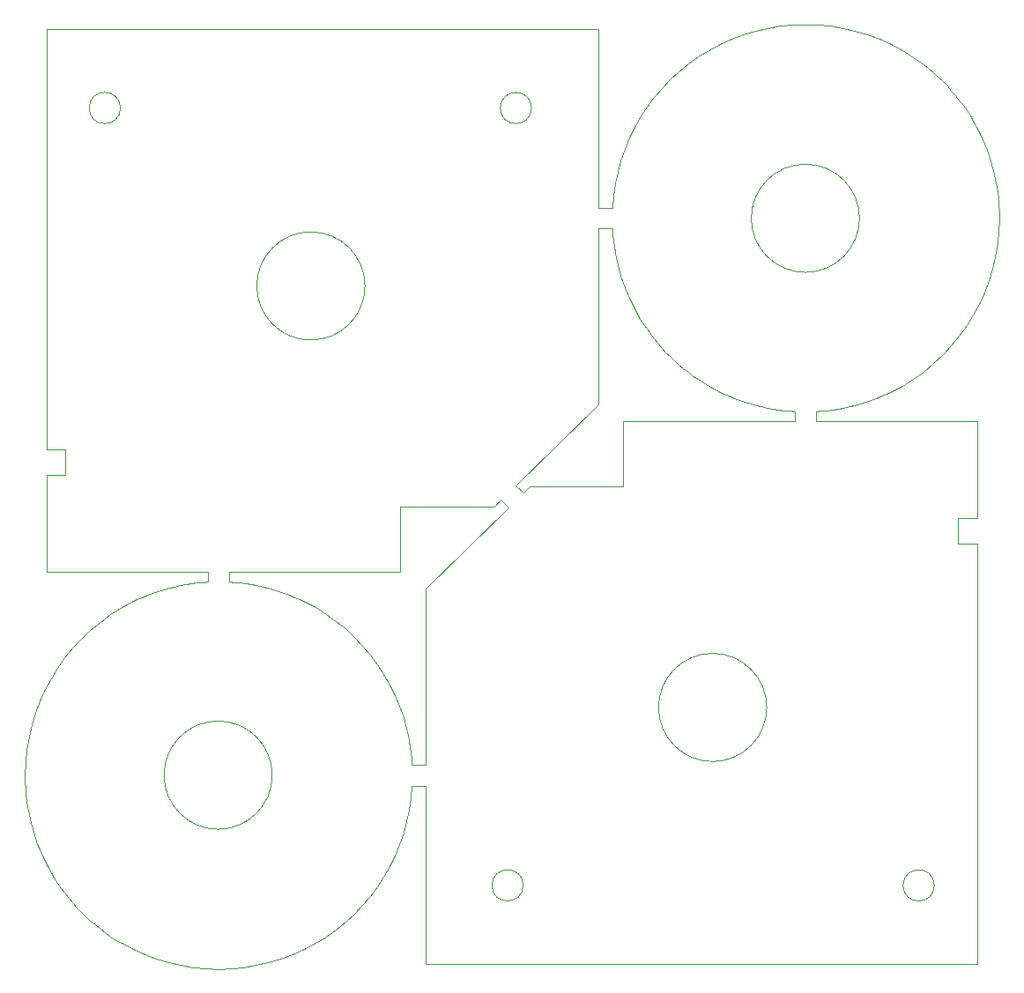
<source format=gm1>
%TF.GenerationSoftware,KiCad,Pcbnew,(6.0.1)*%
%TF.CreationDate,2022-09-01T16:14:04+08:00*%
%TF.ProjectId,CRVisionJoystickMerge,43525669-7369-46f6-9e4a-6f7973746963,rev?*%
%TF.SameCoordinates,Original*%
%TF.FileFunction,Profile,NP*%
%FSLAX46Y46*%
G04 Gerber Fmt 4.6, Leading zero omitted, Abs format (unit mm)*
G04 Created by KiCad (PCBNEW (6.0.1)) date 2022-09-01 16:14:04*
%MOMM*%
%LPD*%
G01*
G04 APERTURE LIST*
%TA.AperFunction,Profile*%
%ADD10C,0.013352*%
%TD*%
%TA.AperFunction,Profile*%
%ADD11C,0.100000*%
%TD*%
G04 APERTURE END LIST*
D10*
X130768833Y-75666451D02*
X131487056Y-76384671D01*
X131487056Y-76384671D02*
X132097389Y-75784623D01*
X132097389Y-75784623D02*
X141114330Y-75784623D01*
X141114330Y-75784623D02*
X141114330Y-69476861D01*
X141114330Y-69476861D02*
X157598018Y-69476861D01*
X157598018Y-69476861D02*
X157598018Y-68539395D01*
X157598018Y-68539395D02*
X157058291Y-68502887D01*
X157058291Y-68502887D02*
X156519584Y-68450843D01*
X156519584Y-68450843D02*
X155982255Y-68383261D01*
X155982255Y-68383261D02*
X155446659Y-68300140D01*
X155446659Y-68300140D02*
X154913154Y-68201478D01*
X154913154Y-68201478D02*
X154382096Y-68087273D01*
X154382096Y-68087273D02*
X153853842Y-67957525D01*
X153853842Y-67957525D02*
X153328749Y-67812230D01*
X153328749Y-67812230D02*
X152807174Y-67651389D01*
X152807174Y-67651389D02*
X152289472Y-67474999D01*
X152289472Y-67474999D02*
X151776002Y-67283059D01*
X151776002Y-67283059D02*
X151267120Y-67075567D01*
X151267120Y-67075567D02*
X150763182Y-66852522D01*
X150763182Y-66852522D02*
X150264545Y-66613922D01*
X150264545Y-66613922D02*
X149771566Y-66359765D01*
X149771566Y-66359765D02*
X149284603Y-66090051D01*
X149284603Y-66090051D02*
X148777999Y-65784992D01*
X148777999Y-65784992D02*
X148283451Y-65465528D01*
X148283451Y-65465528D02*
X147801159Y-65132016D01*
X147801159Y-65132016D02*
X147331322Y-64784815D01*
X147331322Y-64784815D02*
X146874139Y-64424283D01*
X146874139Y-64424283D02*
X146429808Y-64050780D01*
X146429808Y-64050780D02*
X145998529Y-63664663D01*
X145998529Y-63664663D02*
X145580500Y-63266291D01*
X145580500Y-63266291D02*
X145175922Y-62856022D01*
X145175922Y-62856022D02*
X144784992Y-62434216D01*
X144784992Y-62434216D02*
X144044875Y-61557424D01*
X144044875Y-61557424D02*
X143361742Y-60638783D01*
X143361742Y-60638783D02*
X142737185Y-59681162D01*
X142737185Y-59681162D02*
X142172796Y-58687428D01*
X142172796Y-58687428D02*
X141670168Y-57660451D01*
X141670168Y-57660451D02*
X141230892Y-56603098D01*
X141230892Y-56603098D02*
X140856562Y-55518237D01*
X140856562Y-55518237D02*
X140548769Y-54408738D01*
X140548769Y-54408738D02*
X140420322Y-53845645D01*
X140420322Y-53845645D02*
X140309106Y-53277468D01*
X140309106Y-53277468D02*
X140215321Y-52704565D01*
X140215321Y-52704565D02*
X140139165Y-52127295D01*
X140139165Y-52127295D02*
X140080838Y-51546017D01*
X140080838Y-51546017D02*
X140040538Y-50961089D01*
X140040538Y-50961089D02*
X138701305Y-50961089D01*
X138701305Y-50961089D02*
X138701305Y-67868043D01*
X138701305Y-67868043D02*
X130768699Y-75666322D01*
X130768699Y-75666322D02*
X130768716Y-75666338D01*
X130768716Y-75666338D02*
X130768733Y-75666354D01*
X130768733Y-75666354D02*
X130768767Y-75666386D01*
X130768767Y-75666386D02*
X130768800Y-75666419D01*
X130768800Y-75666419D02*
X130768833Y-75666451D01*
X130768833Y-75666451D02*
X130768833Y-75666451D01*
D11*
X116300000Y-56500000D02*
G75*
G03*
X116300000Y-56500000I-5200000J0D01*
G01*
X107389052Y-103506860D02*
G75*
G03*
X107389052Y-103506860I-5200000J0D01*
G01*
X171000000Y-114100000D02*
G75*
G03*
X171000000Y-114100000I-1500000J0D01*
G01*
D10*
X130060760Y-77786797D02*
X129342540Y-77068578D01*
X129342540Y-77068578D02*
X128710842Y-77689591D01*
X128710842Y-77689591D02*
X119693763Y-77689591D01*
X119693763Y-77689591D02*
X119693763Y-83997224D01*
X119693763Y-83997224D02*
X103210210Y-83997224D01*
X103210210Y-83997224D02*
X103210210Y-84934689D01*
X103210210Y-84934689D02*
X103749937Y-84971219D01*
X103749937Y-84971219D02*
X104288642Y-85023280D01*
X104288642Y-85023280D02*
X104825971Y-85090873D01*
X104825971Y-85090873D02*
X105361565Y-85174001D01*
X105361565Y-85174001D02*
X105895068Y-85272666D01*
X105895068Y-85272666D02*
X106426123Y-85386870D01*
X106426123Y-85386870D02*
X106954372Y-85516615D01*
X106954372Y-85516615D02*
X107479460Y-85661904D01*
X107479460Y-85661904D02*
X108001028Y-85822738D01*
X108001028Y-85822738D02*
X108518720Y-85999120D01*
X108518720Y-85999120D02*
X109032179Y-86191052D01*
X109032179Y-86191052D02*
X109541049Y-86398536D01*
X109541049Y-86398536D02*
X110044971Y-86621574D01*
X110044971Y-86621574D02*
X110543589Y-86860168D01*
X110543589Y-86860168D02*
X111036547Y-87114321D01*
X111036547Y-87114321D02*
X111523487Y-87384034D01*
X111523487Y-87384034D02*
X112030200Y-87689092D01*
X112030200Y-87689092D02*
X112525066Y-88008557D01*
X112525066Y-88008557D02*
X113007874Y-88342068D01*
X113007874Y-88342068D02*
X113478410Y-88689270D01*
X113478410Y-88689270D02*
X113936462Y-89049801D01*
X113936462Y-89049801D02*
X114381819Y-89423305D01*
X114381819Y-89423305D02*
X114814268Y-89809422D01*
X114814268Y-89809422D02*
X115233596Y-90207794D01*
X115233596Y-90207794D02*
X116032042Y-91039868D01*
X116032042Y-91039868D02*
X116775460Y-91916660D01*
X116775460Y-91916660D02*
X117462151Y-92835301D01*
X117462151Y-92835301D02*
X118090417Y-93792922D01*
X118090417Y-93792922D02*
X118658561Y-94786656D01*
X118658561Y-94786656D02*
X119164883Y-95813633D01*
X119164883Y-95813633D02*
X119607686Y-96870986D01*
X119607686Y-96870986D02*
X119985271Y-97955847D01*
X119985271Y-97955847D02*
X120295941Y-99065346D01*
X120295941Y-99065346D02*
X120425653Y-99628439D01*
X120425653Y-99628439D02*
X120537998Y-100196616D01*
X120537998Y-100196616D02*
X120632766Y-100769518D01*
X120632766Y-100769518D02*
X120709743Y-101346788D01*
X120709743Y-101346788D02*
X120768718Y-101928066D01*
X120768718Y-101928066D02*
X120809478Y-102512994D01*
X120809478Y-102512994D02*
X122106788Y-102512994D01*
X122106788Y-102512994D02*
X122106788Y-85606042D01*
X122106788Y-85606042D02*
X130060756Y-77786935D01*
X130060756Y-77786935D02*
X130060757Y-77786918D01*
X130060757Y-77786918D02*
X130060758Y-77786900D01*
X130060758Y-77786900D02*
X130060759Y-77786883D01*
X130060759Y-77786883D02*
X130060759Y-77786866D01*
X130060759Y-77786866D02*
X130060760Y-77786832D01*
X130060760Y-77786832D02*
X130060760Y-77786797D01*
X130060760Y-77786797D02*
X130060760Y-77786797D01*
D11*
X92800000Y-39400000D02*
G75*
G03*
X92800000Y-39400000I-1500000J0D01*
G01*
X175108097Y-81245580D02*
X175108097Y-121673951D01*
X175108097Y-121673951D02*
X122106658Y-121673951D01*
X122106658Y-121673951D02*
X122106658Y-104512902D01*
X122106658Y-104512902D02*
X120809349Y-104512902D01*
X120809349Y-104512902D02*
X120709612Y-105679131D01*
X120709612Y-105679131D02*
X120537863Y-106829320D01*
X120537863Y-106829320D02*
X120295800Y-107960601D01*
X120295800Y-107960601D02*
X119985122Y-109070108D01*
X119985122Y-109070108D02*
X119607528Y-110154971D01*
X119607528Y-110154971D02*
X119164717Y-111212324D01*
X119164717Y-111212324D02*
X118658386Y-112239299D01*
X118658386Y-112239299D02*
X118090236Y-113233027D01*
X118090236Y-113233027D02*
X117461964Y-114190642D01*
X117461964Y-114190642D02*
X116775270Y-115109275D01*
X116775270Y-115109275D02*
X116031852Y-115986059D01*
X116031852Y-115986059D02*
X115233408Y-116818126D01*
X115233408Y-116818126D02*
X114381638Y-117602608D01*
X114381638Y-117602608D02*
X113478241Y-118336638D01*
X113478241Y-118336638D02*
X112524914Y-119017348D01*
X112524914Y-119017348D02*
X111523357Y-119641869D01*
X111523357Y-119641869D02*
X110428657Y-120222302D01*
X110428657Y-120222302D02*
X109306173Y-120725344D01*
X109306173Y-120725344D02*
X108159872Y-121150994D01*
X108159872Y-121150994D02*
X106993723Y-121499254D01*
X106993723Y-121499254D02*
X105811697Y-121770123D01*
X105811697Y-121770123D02*
X104617762Y-121963600D01*
X104617762Y-121963600D02*
X103415887Y-122079687D01*
X103415887Y-122079687D02*
X102210041Y-122118382D01*
X102210041Y-122118382D02*
X101004194Y-122079687D01*
X101004194Y-122079687D02*
X99802314Y-121963600D01*
X99802314Y-121963600D02*
X98608371Y-121770123D01*
X98608371Y-121770123D02*
X97426334Y-121499254D01*
X97426334Y-121499254D02*
X96260171Y-121150994D01*
X96260171Y-121150994D02*
X95113853Y-120725344D01*
X95113853Y-120725344D02*
X93991348Y-120222302D01*
X93991348Y-120222302D02*
X92896625Y-119641869D01*
X92896625Y-119641869D02*
X92363494Y-119320220D01*
X92363494Y-119320220D02*
X91843742Y-118982618D01*
X91843742Y-118982618D02*
X91337600Y-118629483D01*
X91337600Y-118629483D02*
X90845300Y-118261232D01*
X90845300Y-118261232D02*
X90367077Y-117878285D01*
X90367077Y-117878285D02*
X89903162Y-117481059D01*
X89903162Y-117481059D02*
X89453787Y-117069975D01*
X89453787Y-117069975D02*
X89019187Y-116645449D01*
X89019187Y-116645449D02*
X88599592Y-116207901D01*
X88599592Y-116207901D02*
X88195236Y-115757749D01*
X88195236Y-115757749D02*
X87806351Y-115295411D01*
X87806351Y-115295411D02*
X87433170Y-114821308D01*
X87433170Y-114821308D02*
X87075926Y-114335856D01*
X87075926Y-114335856D02*
X86734850Y-113839474D01*
X86734850Y-113839474D02*
X86410177Y-113332581D01*
X86410177Y-113332581D02*
X86102138Y-112815596D01*
X86102138Y-112815596D02*
X85810965Y-112288938D01*
X85810965Y-112288938D02*
X85536893Y-111753023D01*
X85536893Y-111753023D02*
X85280152Y-111208272D01*
X85280152Y-111208272D02*
X85040976Y-110655103D01*
X85040976Y-110655103D02*
X84819598Y-110093934D01*
X84819598Y-110093934D02*
X84616249Y-109525185D01*
X84616249Y-109525185D02*
X84431164Y-108949272D01*
X84431164Y-108949272D02*
X84264573Y-108366616D01*
X84264573Y-108366616D02*
X84116710Y-107777634D01*
X84116710Y-107777634D02*
X83987807Y-107182746D01*
X83987807Y-107182746D02*
X83878098Y-106582369D01*
X83878098Y-106582369D02*
X83787814Y-105976922D01*
X83787814Y-105976922D02*
X83717188Y-105366825D01*
X83717188Y-105366825D02*
X83666453Y-104752494D01*
X83666453Y-104752494D02*
X83635841Y-104134350D01*
X83635841Y-104134350D02*
X83625586Y-103512811D01*
X83625586Y-103512811D02*
X83666451Y-102273149D01*
X83666451Y-102273149D02*
X83787808Y-101048738D01*
X83787808Y-101048738D02*
X83987796Y-99842927D01*
X83987796Y-99842927D02*
X84264554Y-98659063D01*
X84264554Y-98659063D02*
X84616223Y-97500498D01*
X84616223Y-97500498D02*
X85040941Y-96370579D01*
X85040941Y-96370579D02*
X85536850Y-95272656D01*
X85536850Y-95272656D02*
X86102088Y-94210078D01*
X86102088Y-94210078D02*
X86734795Y-93186194D01*
X86734795Y-93186194D02*
X87433111Y-92204353D01*
X87433111Y-92204353D02*
X88195176Y-91267905D01*
X88195176Y-91267905D02*
X89019130Y-90380198D01*
X89019130Y-90380198D02*
X89903112Y-89544582D01*
X89903112Y-89544582D02*
X90845262Y-88764405D01*
X90845262Y-88764405D02*
X91843720Y-88043017D01*
X91843720Y-88043017D02*
X92896625Y-87383767D01*
X92896625Y-87383767D02*
X93383589Y-87114074D01*
X93383589Y-87114074D02*
X93876567Y-86859933D01*
X93876567Y-86859933D02*
X94375204Y-86621344D01*
X94375204Y-86621344D02*
X94879141Y-86398305D01*
X94879141Y-86398305D02*
X95388024Y-86190816D01*
X95388024Y-86190816D02*
X95901494Y-85998875D01*
X95901494Y-85998875D02*
X96419195Y-85822482D01*
X96419195Y-85822482D02*
X96940770Y-85661635D01*
X96940770Y-85661635D02*
X97465863Y-85516334D01*
X97465863Y-85516334D02*
X97994116Y-85386578D01*
X97994116Y-85386578D02*
X98525174Y-85272365D01*
X98525174Y-85272365D02*
X99058679Y-85173694D01*
X99058679Y-85173694D02*
X99594274Y-85090566D01*
X99594274Y-85090566D02*
X100131603Y-85022977D01*
X100131603Y-85022977D02*
X100670309Y-84970929D01*
X100670309Y-84970929D02*
X101210035Y-84934419D01*
X101210035Y-84934419D02*
X101210035Y-83996957D01*
X101210035Y-83996957D02*
X85700000Y-83996957D01*
X85700000Y-83996957D02*
X85700000Y-74641400D01*
X85700000Y-74641400D02*
X87520319Y-74641400D01*
X87520319Y-74641400D02*
X87520319Y-72228371D01*
X87520319Y-72228371D02*
X85700000Y-72228371D01*
X85700000Y-72228371D02*
X85700000Y-31800000D01*
X85700000Y-31800000D02*
X138701301Y-31800000D01*
X138701301Y-31800000D02*
X138701301Y-48961047D01*
X138701301Y-48961047D02*
X140040534Y-48961047D01*
X140040534Y-48961047D02*
X140139161Y-47794820D01*
X140139161Y-47794820D02*
X140309101Y-46644636D01*
X140309101Y-46644636D02*
X140548764Y-45513361D01*
X140548764Y-45513361D02*
X140856557Y-44403862D01*
X140856557Y-44403862D02*
X141230888Y-43319007D01*
X141230888Y-43319007D02*
X141670163Y-42261663D01*
X141670163Y-42261663D02*
X142172792Y-41234696D01*
X142172792Y-41234696D02*
X142737181Y-40240975D01*
X142737181Y-40240975D02*
X143361738Y-39283366D01*
X143361738Y-39283366D02*
X144044871Y-38364736D01*
X144044871Y-38364736D02*
X144784988Y-37487953D01*
X144784988Y-37487953D02*
X145580496Y-36655884D01*
X145580496Y-36655884D02*
X146429803Y-35871395D01*
X146429803Y-35871395D02*
X147331317Y-35137355D01*
X147331317Y-35137355D02*
X148283445Y-34456629D01*
X148283445Y-34456629D02*
X149284595Y-33832086D01*
X149284595Y-33832086D02*
X150379316Y-33251652D01*
X150379316Y-33251652D02*
X151501817Y-32748609D01*
X151501817Y-32748609D02*
X152648129Y-32322958D01*
X152648129Y-32322958D02*
X153814284Y-31974697D01*
X153814284Y-31974697D02*
X154996313Y-31703828D01*
X154996313Y-31703828D02*
X156190248Y-31510350D01*
X156190248Y-31510350D02*
X157392120Y-31394263D01*
X157392120Y-31394263D02*
X158597961Y-31355568D01*
X158597961Y-31355568D02*
X159803801Y-31394263D01*
X159803801Y-31394263D02*
X161005673Y-31510350D01*
X161005673Y-31510350D02*
X162199608Y-31703828D01*
X162199608Y-31703828D02*
X163381638Y-31974697D01*
X163381638Y-31974697D02*
X164547793Y-32322958D01*
X164547793Y-32322958D02*
X165694105Y-32748609D01*
X165694105Y-32748609D02*
X166816606Y-33251652D01*
X166816606Y-33251652D02*
X167911327Y-33832086D01*
X167911327Y-33832086D02*
X168444579Y-34153735D01*
X168444579Y-34153735D02*
X168964685Y-34491336D01*
X168964685Y-34491336D02*
X169471399Y-34844470D01*
X169471399Y-34844470D02*
X169964470Y-35212720D01*
X169964470Y-35212720D02*
X170443652Y-35595667D01*
X170443652Y-35595667D02*
X170908696Y-35992892D01*
X170908696Y-35992892D02*
X171359354Y-36403976D01*
X171359354Y-36403976D02*
X171795379Y-36828501D01*
X171795379Y-36828501D02*
X172216521Y-37266049D01*
X172216521Y-37266049D02*
X172622533Y-37716201D01*
X172622533Y-37716201D02*
X173013166Y-38178537D01*
X173013166Y-38178537D02*
X173388173Y-38652641D01*
X173388173Y-38652641D02*
X173747306Y-39138092D01*
X173747306Y-39138092D02*
X174090316Y-39634474D01*
X174090316Y-39634474D02*
X174416955Y-40141366D01*
X174416955Y-40141366D02*
X174726976Y-40658351D01*
X174726976Y-40658351D02*
X175020129Y-41185009D01*
X175020129Y-41185009D02*
X175296168Y-41720923D01*
X175296168Y-41720923D02*
X175554843Y-42265674D01*
X175554843Y-42265674D02*
X175795907Y-42818843D01*
X175795907Y-42818843D02*
X176019112Y-43380011D01*
X176019112Y-43380011D02*
X176224209Y-43948761D01*
X176224209Y-43948761D02*
X176410951Y-44524673D01*
X176410951Y-44524673D02*
X176579089Y-45107329D01*
X176579089Y-45107329D02*
X176728375Y-45696311D01*
X176728375Y-45696311D02*
X176858562Y-46291199D01*
X176858562Y-46291199D02*
X176969400Y-46891576D01*
X176969400Y-46891576D02*
X177060643Y-47497022D01*
X177060643Y-47497022D02*
X177132041Y-48107119D01*
X177132041Y-48107119D02*
X177183347Y-48721449D01*
X177183347Y-48721449D02*
X177214312Y-49339593D01*
X177214312Y-49339593D02*
X177224689Y-49961133D01*
X177224689Y-49961133D02*
X177183348Y-51200817D01*
X177183348Y-51200817D02*
X177060648Y-52425245D01*
X177060648Y-52425245D02*
X176858573Y-53631068D01*
X176858573Y-53631068D02*
X176579107Y-54814938D01*
X176579107Y-54814938D02*
X176224235Y-55973506D01*
X176224235Y-55973506D02*
X175795942Y-57103424D01*
X175795942Y-57103424D02*
X175296210Y-58201344D01*
X175296210Y-58201344D02*
X174727024Y-59263917D01*
X174727024Y-59263917D02*
X174090370Y-60287793D01*
X174090370Y-60287793D02*
X173388230Y-61269626D01*
X173388230Y-61269626D02*
X172622590Y-62206066D01*
X172622590Y-62206066D02*
X171795433Y-63093765D01*
X171795433Y-63093765D02*
X170908744Y-63929375D01*
X170908744Y-63929375D02*
X169964507Y-64709546D01*
X169964507Y-64709546D02*
X168964707Y-65430931D01*
X168964707Y-65430931D02*
X167911327Y-66090180D01*
X167911327Y-66090180D02*
X167424387Y-66359872D01*
X167424387Y-66359872D02*
X166931429Y-66614009D01*
X166931429Y-66614009D02*
X166432811Y-66852592D01*
X166432811Y-66852592D02*
X165928888Y-67075623D01*
X165928888Y-67075623D02*
X165420018Y-67283105D01*
X165420018Y-67283105D02*
X164906559Y-67475037D01*
X164906559Y-67475037D02*
X164388866Y-67651422D01*
X164388866Y-67651422D02*
X163867298Y-67812261D01*
X163867298Y-67812261D02*
X163342210Y-67957557D01*
X163342210Y-67957557D02*
X162813960Y-68087310D01*
X162813960Y-68087310D02*
X162282905Y-68201522D01*
X162282905Y-68201522D02*
X161749402Y-68300195D01*
X161749402Y-68300195D02*
X161213808Y-68383330D01*
X161213808Y-68383330D02*
X160676480Y-68450929D01*
X160676480Y-68450929D02*
X160137774Y-68502993D01*
X160137774Y-68502993D02*
X159598049Y-68539525D01*
X159598049Y-68539525D02*
X159598049Y-69476991D01*
X159598049Y-69476991D02*
X175108089Y-69476991D01*
X175108089Y-69476991D02*
X175108089Y-78832681D01*
X175108089Y-78832681D02*
X173287639Y-78832681D01*
X173287639Y-78832681D02*
X173287639Y-81245709D01*
X173287639Y-81245709D02*
X175108089Y-81245709D01*
X175108089Y-81245709D02*
X175108097Y-81245580D01*
X175108097Y-81245580D02*
X175108097Y-81245580D01*
X132300000Y-39400000D02*
G75*
G03*
X132300000Y-39400000I-1500000J0D01*
G01*
X163810948Y-49993140D02*
G75*
G03*
X163810948Y-49993140I-5200000J0D01*
G01*
X131500000Y-114100000D02*
G75*
G03*
X131500000Y-114100000I-1500000J0D01*
G01*
X154900000Y-97000000D02*
G75*
G03*
X154900000Y-97000000I-5200000J0D01*
G01*
M02*

</source>
